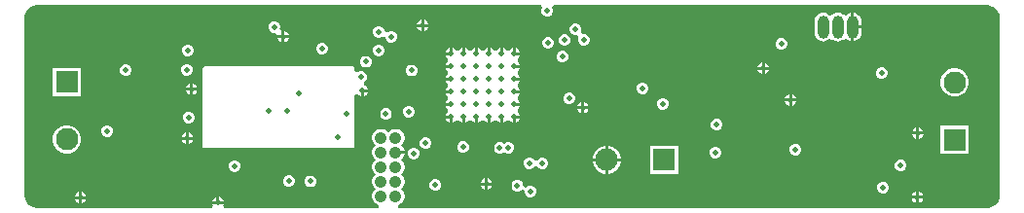
<source format=gbr>
%TF.GenerationSoftware,Altium Limited,Altium Designer,25.4.2 (15)*%
G04 Layer_Physical_Order=2*
G04 Layer_Color=36540*
%FSLAX45Y45*%
%MOMM*%
%TF.SameCoordinates,47237EEE-74C4-40EA-AC85-0918F70ECB2B*%
%TF.FilePolarity,Positive*%
%TF.FileFunction,Copper,L2,Inr,Signal*%
%TF.Part,Single*%
G01*
G75*
%TA.AperFunction,ComponentPad*%
%ADD33C,1.95000*%
%ADD34R,1.95000X1.95000*%
%ADD35O,1.00000X2.00000*%
%ADD36O,1.00000X2.00000*%
%ADD37R,1.95000X1.95000*%
%ADD39C,1.06000*%
%TA.AperFunction,ViaPad*%
%ADD40C,0.50000*%
G36*
X8411001Y1776050D02*
X8432264Y1767242D01*
X8451401Y1754455D01*
X8467675Y1738181D01*
X8480462Y1719044D01*
X8489270Y1697781D01*
X8493760Y1675208D01*
Y1663700D01*
Y124460D01*
Y113452D01*
X8489465Y91861D01*
X8481040Y71522D01*
X8468810Y53217D01*
X8453243Y37650D01*
X8434938Y25420D01*
X8414599Y16995D01*
X8393007Y12700D01*
X3260376D01*
X3257032Y38100D01*
X3268761Y41243D01*
X3286639Y51565D01*
X3301235Y66161D01*
X3311557Y84039D01*
X3316900Y103978D01*
Y124622D01*
X3311557Y144561D01*
X3301235Y162439D01*
X3287331Y177800D01*
X3301236Y193162D01*
X3311557Y211039D01*
X3316900Y230978D01*
Y251622D01*
X3311557Y271561D01*
X3301235Y289439D01*
X3287331Y304800D01*
X3301236Y320162D01*
X3311557Y338039D01*
X3316900Y357978D01*
Y378622D01*
X3311557Y398561D01*
X3301235Y416439D01*
X3287331Y431800D01*
X3301236Y447162D01*
X3311557Y465039D01*
X3316263Y482600D01*
X3238500D01*
Y508000D01*
X3316263D01*
X3311557Y525561D01*
X3301235Y543439D01*
X3287331Y558800D01*
X3301236Y574162D01*
X3311557Y592039D01*
X3316900Y611978D01*
Y632622D01*
X3311557Y652561D01*
X3301235Y670439D01*
X3286639Y685035D01*
X3268761Y695357D01*
X3248822Y700700D01*
X3228178D01*
X3208239Y695357D01*
X3190361Y685035D01*
X3175000Y671131D01*
X3159638Y685036D01*
X3141761Y695357D01*
X3121822Y700700D01*
X3101178D01*
X3081239Y695357D01*
X3063361Y685035D01*
X3048765Y670439D01*
X3038443Y652561D01*
X3033100Y632622D01*
Y611978D01*
X3038443Y592039D01*
X3048765Y574161D01*
X3062669Y558800D01*
X3048764Y543438D01*
X3038443Y525561D01*
X3033100Y505622D01*
Y484978D01*
X3038443Y465039D01*
X3048765Y447161D01*
X3062669Y431800D01*
X3048764Y416438D01*
X3038443Y398561D01*
X3033100Y378622D01*
Y357978D01*
X3038443Y338039D01*
X3048765Y320161D01*
X3062669Y304800D01*
X3048764Y289438D01*
X3038443Y271561D01*
X3033100Y251622D01*
Y230978D01*
X3038443Y211039D01*
X3048765Y193161D01*
X3062669Y177800D01*
X3048764Y162438D01*
X3038443Y144561D01*
X3033100Y124622D01*
Y103978D01*
X3038443Y84039D01*
X3048765Y66161D01*
X3063361Y51565D01*
X3081239Y41243D01*
X3092968Y38100D01*
X3089624Y12700D01*
X1753117D01*
X1747271Y19809D01*
X1739263Y38100D01*
X1743472Y48260D01*
X1644888D01*
X1649097Y38100D01*
X1641089Y19809D01*
X1635243Y12700D01*
X113202D01*
X91120Y17092D01*
X70319Y25709D01*
X51598Y38217D01*
X35677Y54138D01*
X23169Y72859D01*
X14552Y93660D01*
X10160Y115742D01*
Y127000D01*
Y1668780D01*
Y1679537D01*
X14357Y1700638D01*
X22590Y1720515D01*
X34543Y1738404D01*
X49756Y1753617D01*
X67645Y1765569D01*
X87522Y1773803D01*
X108623Y1778000D01*
X119380D01*
X193040Y1780540D01*
X4505443D01*
X4516573Y1755749D01*
X4508900Y1737225D01*
Y1717175D01*
X4516573Y1698651D01*
X4530751Y1684473D01*
X4549275Y1676800D01*
X4569325D01*
X4587849Y1684473D01*
X4602027Y1698651D01*
X4609700Y1717175D01*
Y1737225D01*
X4602027Y1755749D01*
X4613157Y1780540D01*
X8388428D01*
X8411001Y1776050D01*
D02*
G37*
%LPC*%
G36*
X3487420Y1649492D02*
Y1612900D01*
X3524012D01*
X3517447Y1628749D01*
X3503269Y1642927D01*
X3487420Y1649492D01*
D02*
G37*
G36*
X3462020D02*
X3446171Y1642927D01*
X3431993Y1628749D01*
X3425428Y1612900D01*
X3462020D01*
Y1649492D01*
D02*
G37*
G36*
X7226300Y1711879D02*
Y1600200D01*
X7289651D01*
Y1637500D01*
X7287059Y1657184D01*
X7279462Y1675525D01*
X7267376Y1691276D01*
X7251625Y1703362D01*
X7233283Y1710959D01*
X7226300Y1711879D01*
D02*
G37*
G36*
X3524012Y1587500D02*
X3487420D01*
Y1550908D01*
X3503269Y1557473D01*
X3517447Y1571651D01*
X3524012Y1587500D01*
D02*
G37*
G36*
X3462020D02*
X3425428D01*
X3431993Y1571651D01*
X3446171Y1557473D01*
X3462020Y1550908D01*
Y1587500D01*
D02*
G37*
G36*
X2273300Y1552972D02*
Y1516380D01*
X2309892D01*
X2303327Y1532229D01*
X2289149Y1546407D01*
X2273300Y1552972D01*
D02*
G37*
G36*
X2191885Y1637900D02*
X2171835D01*
X2153311Y1630227D01*
X2139133Y1616049D01*
X2131460Y1597525D01*
Y1577475D01*
X2139133Y1558951D01*
X2153311Y1544773D01*
X2171835Y1537100D01*
X2191885D01*
X2192504Y1537356D01*
X2211944Y1517916D01*
X2211308Y1516380D01*
X2247900D01*
Y1555880D01*
X2230516Y1573264D01*
X2232260Y1577475D01*
Y1597525D01*
X2224587Y1616049D01*
X2210409Y1630227D01*
X2191885Y1637900D01*
D02*
G37*
G36*
X7289651Y1574800D02*
X7226300D01*
Y1463121D01*
X7233283Y1464041D01*
X7251625Y1471638D01*
X7267376Y1483724D01*
X7279462Y1499475D01*
X7287059Y1517816D01*
X7289651Y1537500D01*
Y1574800D01*
D02*
G37*
G36*
X6959600Y1713551D02*
X6939917Y1710959D01*
X6921575Y1703362D01*
X6905824Y1691276D01*
X6893738Y1675525D01*
X6886141Y1657184D01*
X6883549Y1637500D01*
Y1537500D01*
X6886141Y1517816D01*
X6893738Y1499475D01*
X6905824Y1483724D01*
X6921575Y1471638D01*
X6939917Y1464041D01*
X6959600Y1461449D01*
X6979283Y1464041D01*
X6997625Y1471638D01*
X7013376Y1483724D01*
X7040735Y1477654D01*
X7048575Y1471638D01*
X7066917Y1464041D01*
X7086600Y1461449D01*
X7106283Y1464041D01*
X7124625Y1471638D01*
X7132465Y1477654D01*
X7159824Y1483724D01*
X7175575Y1471638D01*
X7193917Y1464041D01*
X7200900Y1463121D01*
Y1587500D01*
Y1711879D01*
X7193917Y1710959D01*
X7175575Y1703362D01*
X7159824Y1691276D01*
X7132465Y1697346D01*
X7124625Y1703362D01*
X7106283Y1710959D01*
X7086600Y1713551D01*
X7066917Y1710959D01*
X7048575Y1703362D01*
X7040735Y1697346D01*
X7013376Y1691276D01*
X6997625Y1703362D01*
X6979283Y1710959D01*
X6959600Y1713551D01*
D02*
G37*
G36*
X2309892Y1490980D02*
X2273300D01*
Y1454388D01*
X2289149Y1460953D01*
X2303327Y1475131D01*
X2309892Y1490980D01*
D02*
G37*
G36*
X2247900D02*
X2211308D01*
X2217873Y1475131D01*
X2232051Y1460953D01*
X2247900Y1454388D01*
Y1490980D01*
D02*
G37*
G36*
X3101205Y1597260D02*
X3081155D01*
X3062631Y1589587D01*
X3048453Y1575409D01*
X3040780Y1556885D01*
Y1536835D01*
X3048453Y1518311D01*
X3062631Y1504133D01*
X3081155Y1496460D01*
X3101205D01*
X3119729Y1504133D01*
X3124600Y1509004D01*
X3150000Y1498483D01*
Y1493655D01*
X3157673Y1475131D01*
X3171851Y1460953D01*
X3190375Y1453280D01*
X3210425D01*
X3228949Y1460953D01*
X3243127Y1475131D01*
X3250800Y1493655D01*
Y1513705D01*
X3243127Y1532229D01*
X3228949Y1546407D01*
X3210425Y1554080D01*
X3190375D01*
X3171851Y1546407D01*
X3166980Y1541536D01*
X3141580Y1552057D01*
Y1556885D01*
X3133907Y1575409D01*
X3119729Y1589587D01*
X3101205Y1597260D01*
D02*
G37*
G36*
X4814197Y1620120D02*
X4794147D01*
X4775623Y1612447D01*
X4761445Y1598269D01*
X4753772Y1579745D01*
Y1559695D01*
X4761445Y1541171D01*
X4775623Y1526993D01*
X4794147Y1519320D01*
X4814197D01*
X4814494Y1519443D01*
X4819592Y1515451D01*
X4831408Y1498956D01*
X4826000Y1485900D01*
Y1465850D01*
X4833673Y1447326D01*
X4847851Y1433148D01*
X4866375Y1425475D01*
X4886425D01*
X4904949Y1433148D01*
X4919127Y1447326D01*
X4926800Y1465850D01*
Y1485900D01*
X4919127Y1504424D01*
X4904949Y1518602D01*
X4886425Y1526275D01*
X4866375D01*
X4866078Y1526152D01*
X4860980Y1530144D01*
X4849164Y1546639D01*
X4854572Y1559695D01*
Y1579745D01*
X4846899Y1598269D01*
X4832721Y1612447D01*
X4814197Y1620120D01*
D02*
G37*
G36*
X4718732Y1522991D02*
X4698682D01*
X4680158Y1515318D01*
X4665980Y1501140D01*
X4658307Y1482616D01*
Y1462566D01*
X4665980Y1444041D01*
X4680158Y1429864D01*
X4698682Y1422191D01*
X4718732D01*
X4737256Y1429864D01*
X4751434Y1444041D01*
X4759107Y1462566D01*
Y1482616D01*
X4751434Y1501140D01*
X4737256Y1515318D01*
X4718732Y1522991D01*
D02*
G37*
G36*
X4574405Y1500740D02*
X4554355D01*
X4535831Y1493067D01*
X4521653Y1478889D01*
X4513980Y1460365D01*
Y1440315D01*
X4521653Y1421791D01*
X4535831Y1407613D01*
X4554355Y1399940D01*
X4574405D01*
X4592929Y1407613D01*
X4607107Y1421791D01*
X4614780Y1440315D01*
Y1460365D01*
X4607107Y1478889D01*
X4592929Y1493067D01*
X4574405Y1500740D01*
D02*
G37*
G36*
X6603865Y1490580D02*
X6583815D01*
X6565291Y1482907D01*
X6551113Y1468729D01*
X6543440Y1450205D01*
Y1430155D01*
X6551113Y1411631D01*
X6565291Y1397453D01*
X6583815Y1389780D01*
X6603865D01*
X6622389Y1397453D01*
X6636567Y1411631D01*
X6644240Y1430155D01*
Y1450205D01*
X6636567Y1468729D01*
X6622389Y1482907D01*
X6603865Y1490580D01*
D02*
G37*
G36*
X4258401Y1403691D02*
X4242552Y1397126D01*
X4230457Y1385031D01*
X4216100Y1383908D01*
X4201744Y1385031D01*
X4189648Y1397126D01*
X4173799Y1403691D01*
Y1354399D01*
X4148399D01*
Y1403691D01*
X4132550Y1397126D01*
X4120458Y1385034D01*
X4106101Y1383910D01*
X4091743Y1385034D01*
X4079651Y1397126D01*
X4063802Y1403691D01*
Y1354399D01*
X4038402D01*
Y1403691D01*
X4022553Y1397126D01*
X4010457Y1385031D01*
X3996101Y1383908D01*
X3981744Y1385031D01*
X3969649Y1397126D01*
X3953800Y1403691D01*
Y1354399D01*
X3928400D01*
Y1403691D01*
X3912550Y1397126D01*
X3900458Y1385034D01*
X3886101Y1383910D01*
X3871744Y1385034D01*
X3859652Y1397126D01*
X3843802Y1403691D01*
Y1354399D01*
X3818402D01*
Y1403691D01*
X3802553Y1397126D01*
X3790457Y1385031D01*
X3776101Y1383908D01*
X3761745Y1385031D01*
X3749649Y1397126D01*
X3733800Y1403691D01*
Y1354399D01*
X3721100D01*
Y1341699D01*
X3671808D01*
X3678373Y1325850D01*
X3690465Y1313758D01*
X3691590Y1299400D01*
X3690465Y1285043D01*
X3678373Y1272951D01*
X3671808Y1257102D01*
X3721100D01*
Y1231702D01*
X3671808D01*
X3678373Y1215853D01*
X3690469Y1203757D01*
X3691591Y1189401D01*
X3690469Y1175044D01*
X3678373Y1162949D01*
X3671808Y1147100D01*
X3721100D01*
Y1121700D01*
X3671808D01*
X3678373Y1105850D01*
X3690465Y1093758D01*
X3691590Y1079401D01*
X3690465Y1065044D01*
X3678373Y1052952D01*
X3671808Y1037102D01*
X3721100D01*
Y1011702D01*
X3671808D01*
X3678373Y995853D01*
X3690469Y983757D01*
X3691591Y969401D01*
X3690469Y955045D01*
X3678373Y942949D01*
X3671808Y927100D01*
X3721100D01*
Y901700D01*
X3671808D01*
X3678373Y885851D01*
X3690469Y873755D01*
X3691591Y859399D01*
X3690469Y845043D01*
X3678373Y832947D01*
X3671808Y817098D01*
X3721100D01*
Y804398D01*
X3733800D01*
Y755106D01*
X3749649Y761671D01*
X3761745Y773766D01*
X3776101Y774889D01*
X3790457Y773766D01*
X3802553Y761671D01*
X3818402Y755106D01*
Y804398D01*
X3843802D01*
Y755106D01*
X3859652Y761671D01*
X3871744Y773763D01*
X3886101Y774887D01*
X3900458Y773763D01*
X3912550Y761671D01*
X3928400Y755106D01*
Y804398D01*
X3953800D01*
Y755106D01*
X3969649Y761671D01*
X3981744Y773766D01*
X3996101Y774889D01*
X4010457Y773766D01*
X4022553Y761671D01*
X4038402Y755106D01*
Y804398D01*
X4063802D01*
Y755106D01*
X4079651Y761671D01*
X4091743Y773763D01*
X4106101Y774887D01*
X4120458Y773763D01*
X4132550Y761671D01*
X4148399Y755106D01*
Y804398D01*
X4173799D01*
Y755106D01*
X4189648Y761671D01*
X4201744Y773766D01*
X4216100Y774889D01*
X4230457Y773766D01*
X4242552Y761671D01*
X4258401Y755106D01*
Y804398D01*
X4271101D01*
Y817098D01*
X4320393D01*
X4313828Y832947D01*
X4301733Y845043D01*
X4300610Y859399D01*
X4301733Y873755D01*
X4313828Y885851D01*
X4320393Y901700D01*
X4271101D01*
Y927100D01*
X4320393D01*
X4313828Y942949D01*
X4301733Y955045D01*
X4300610Y969401D01*
X4301733Y983757D01*
X4313828Y995853D01*
X4320393Y1011702D01*
X4271101D01*
Y1037102D01*
X4320393D01*
X4313828Y1052952D01*
X4301736Y1065044D01*
X4300612Y1079401D01*
X4301736Y1093758D01*
X4313828Y1105850D01*
X4320393Y1121700D01*
X4271101D01*
Y1147100D01*
X4320393D01*
X4313828Y1162949D01*
X4301733Y1175044D01*
X4300610Y1189401D01*
X4301733Y1203757D01*
X4313828Y1215853D01*
X4320393Y1231702D01*
X4271101D01*
Y1257102D01*
X4320393D01*
X4313828Y1272951D01*
X4301736Y1285043D01*
X4300612Y1299400D01*
X4301736Y1313758D01*
X4313828Y1325850D01*
X4320393Y1341699D01*
X4271101D01*
Y1354399D01*
X4258401D01*
Y1403691D01*
D02*
G37*
G36*
X4283801D02*
Y1367099D01*
X4320393D01*
X4313828Y1382948D01*
X4299651Y1397126D01*
X4283801Y1403691D01*
D02*
G37*
G36*
X3708400D02*
X3692551Y1397126D01*
X3678373Y1382948D01*
X3671808Y1367099D01*
X3708400D01*
Y1403691D01*
D02*
G37*
G36*
X2608445Y1449940D02*
X2588395D01*
X2569871Y1442267D01*
X2555693Y1428089D01*
X2548020Y1409565D01*
Y1389515D01*
X2555693Y1370991D01*
X2569871Y1356813D01*
X2588395Y1349140D01*
X2608445D01*
X2626969Y1356813D01*
X2641147Y1370991D01*
X2648820Y1389515D01*
Y1409565D01*
X2641147Y1428089D01*
X2626969Y1442267D01*
X2608445Y1449940D01*
D02*
G37*
G36*
X3101205Y1434700D02*
X3081155D01*
X3062631Y1427027D01*
X3048453Y1412849D01*
X3040780Y1394325D01*
Y1374275D01*
X3048453Y1355751D01*
X3062631Y1341573D01*
X3081155Y1333900D01*
X3101205D01*
X3119729Y1341573D01*
X3133907Y1355751D01*
X3141580Y1374275D01*
Y1394325D01*
X3133907Y1412849D01*
X3119729Y1427027D01*
X3101205Y1434700D01*
D02*
G37*
G36*
X1440045D02*
X1419995D01*
X1401471Y1427027D01*
X1387293Y1412849D01*
X1379620Y1394325D01*
Y1374275D01*
X1387293Y1355751D01*
X1401471Y1341573D01*
X1419995Y1333900D01*
X1440045D01*
X1458569Y1341573D01*
X1472747Y1355751D01*
X1480420Y1374275D01*
Y1394325D01*
X1472747Y1412849D01*
X1458569Y1427027D01*
X1440045Y1434700D01*
D02*
G37*
G36*
X4699474Y1379273D02*
X4679424D01*
X4660900Y1371600D01*
X4646722Y1357422D01*
X4639049Y1338898D01*
Y1318848D01*
X4646722Y1300324D01*
X4660900Y1286146D01*
X4679424Y1278473D01*
X4699474D01*
X4717999Y1286146D01*
X4732176Y1300324D01*
X4739849Y1318848D01*
Y1338898D01*
X4732176Y1357422D01*
X4717999Y1371600D01*
X4699474Y1379273D01*
D02*
G37*
G36*
X6449060Y1278652D02*
Y1242060D01*
X6485652D01*
X6479087Y1257909D01*
X6464909Y1272087D01*
X6449060Y1278652D01*
D02*
G37*
G36*
X6423660D02*
X6407811Y1272087D01*
X6393633Y1257909D01*
X6387068Y1242060D01*
X6423660D01*
Y1278652D01*
D02*
G37*
G36*
X2989445Y1335640D02*
X2969395D01*
X2950871Y1327967D01*
X2936693Y1313789D01*
X2929020Y1295265D01*
Y1275215D01*
X2936693Y1256691D01*
X2950871Y1242513D01*
X2969395Y1234840D01*
X2989445D01*
X3007969Y1242513D01*
X3022147Y1256691D01*
X3029820Y1275215D01*
Y1295265D01*
X3022147Y1313789D01*
X3007969Y1327967D01*
X2989445Y1335640D01*
D02*
G37*
G36*
X6485652Y1216660D02*
X6449060D01*
Y1180068D01*
X6464909Y1186633D01*
X6479087Y1200811D01*
X6485652Y1216660D01*
D02*
G37*
G36*
X6423660D02*
X6387068D01*
X6393633Y1200811D01*
X6407811Y1186633D01*
X6423660Y1180068D01*
Y1216660D01*
D02*
G37*
G36*
X1432425Y1267060D02*
X1412375D01*
X1393851Y1259387D01*
X1379673Y1245209D01*
X1372000Y1226685D01*
Y1206635D01*
X1379673Y1188111D01*
X1393851Y1173933D01*
X1412375Y1166260D01*
X1432425D01*
X1450949Y1173933D01*
X1465127Y1188111D01*
X1472800Y1206635D01*
Y1226685D01*
X1465127Y1245209D01*
X1450949Y1259387D01*
X1432425Y1267060D01*
D02*
G37*
G36*
X901565Y1261980D02*
X881515D01*
X862991Y1254307D01*
X848813Y1240129D01*
X841140Y1221605D01*
Y1201555D01*
X848813Y1183031D01*
X862991Y1168853D01*
X881515Y1161180D01*
X901565D01*
X920089Y1168853D01*
X934267Y1183031D01*
X941940Y1201555D01*
Y1221605D01*
X934267Y1240129D01*
X920089Y1254307D01*
X901565Y1261980D01*
D02*
G37*
G36*
X3388225Y1259440D02*
X3368175D01*
X3349651Y1251767D01*
X3335473Y1237589D01*
X3327800Y1219065D01*
Y1199015D01*
X3335473Y1180491D01*
X3349651Y1166313D01*
X3368175Y1158640D01*
X3388225D01*
X3406749Y1166313D01*
X3420927Y1180491D01*
X3428600Y1199015D01*
Y1219065D01*
X3420927Y1237589D01*
X3406749Y1251767D01*
X3388225Y1259440D01*
D02*
G37*
G36*
X7477625Y1236580D02*
X7457575D01*
X7439051Y1228907D01*
X7424873Y1214729D01*
X7417200Y1196205D01*
Y1176155D01*
X7424873Y1157631D01*
X7439051Y1143453D01*
X7457575Y1135780D01*
X7477625D01*
X7496149Y1143453D01*
X7510327Y1157631D01*
X7518000Y1176155D01*
Y1196205D01*
X7510327Y1214729D01*
X7496149Y1228907D01*
X7477625Y1236580D01*
D02*
G37*
G36*
X1475740Y1095772D02*
Y1059180D01*
X1512332D01*
X1505767Y1075029D01*
X1491589Y1089207D01*
X1475740Y1095772D01*
D02*
G37*
G36*
X1450340D02*
X1434491Y1089207D01*
X1420313Y1075029D01*
X1413748Y1059180D01*
X1450340D01*
Y1095772D01*
D02*
G37*
G36*
X5397365Y1104500D02*
X5377315D01*
X5358791Y1096827D01*
X5344613Y1082649D01*
X5336940Y1064125D01*
Y1044075D01*
X5344613Y1025551D01*
X5358791Y1011373D01*
X5377315Y1003700D01*
X5397365D01*
X5415889Y1011373D01*
X5430067Y1025551D01*
X5437740Y1044075D01*
Y1064125D01*
X5430067Y1082649D01*
X5415889Y1096827D01*
X5397365Y1104500D01*
D02*
G37*
G36*
X1512332Y1033780D02*
X1475740D01*
Y997188D01*
X1491589Y1003753D01*
X1505767Y1017931D01*
X1512332Y1033780D01*
D02*
G37*
G36*
X1450340D02*
X1413748D01*
X1420313Y1017931D01*
X1434491Y1003753D01*
X1450340Y997188D01*
Y1033780D01*
D02*
G37*
G36*
X503900Y1232499D02*
X258100D01*
Y986699D01*
X503900D01*
Y1232499D01*
D02*
G37*
G36*
X2998232Y1021080D02*
X2961640D01*
Y984488D01*
X2977489Y991053D01*
X2991667Y1005231D01*
X2998232Y1021080D01*
D02*
G37*
G36*
X2857800Y1245900D02*
X1586799D01*
X1576888Y1243929D01*
X1568487Y1238315D01*
X1562873Y1229913D01*
X1560901Y1220003D01*
Y558002D01*
X1562873Y548092D01*
X1568487Y539690D01*
X1576888Y534076D01*
X1586799Y532105D01*
X2857800D01*
X2867710Y534076D01*
X2876112Y539690D01*
X2881726Y548092D01*
X2883697Y558002D01*
Y994560D01*
X2895531Y1000168D01*
X2909097Y1002346D01*
X2920391Y991053D01*
X2936240Y984488D01*
Y1033780D01*
X2948940D01*
Y1046480D01*
X2998232D01*
X2991667Y1062329D01*
X2977489Y1076507D01*
X2967710Y1080558D01*
X2966734Y1107647D01*
X2967329Y1107893D01*
X2981507Y1122071D01*
X2989180Y1140595D01*
Y1160645D01*
X2981507Y1179169D01*
X2967329Y1193347D01*
X2948805Y1201020D01*
X2928755D01*
X2910231Y1193347D01*
X2909097Y1192214D01*
X2883697Y1202735D01*
Y1220003D01*
X2881726Y1229913D01*
X2876112Y1238315D01*
X2867710Y1243929D01*
X2857800Y1245900D01*
D02*
G37*
G36*
X8118780Y1227800D02*
X8086420D01*
X8055162Y1219425D01*
X8027138Y1203244D01*
X8004256Y1180362D01*
X7988075Y1152338D01*
X7979700Y1121080D01*
Y1088720D01*
X7988075Y1057462D01*
X8004256Y1029438D01*
X8027138Y1006556D01*
X8055162Y990375D01*
X8086420Y982000D01*
X8118780D01*
X8150038Y990375D01*
X8178062Y1006556D01*
X8200944Y1029438D01*
X8217125Y1057462D01*
X8225500Y1088720D01*
Y1121080D01*
X8217125Y1152338D01*
X8200944Y1180362D01*
X8178062Y1203244D01*
X8150038Y1219425D01*
X8118780Y1227800D01*
D02*
G37*
G36*
X6687820Y1001792D02*
Y965200D01*
X6724412D01*
X6717847Y981049D01*
X6703669Y995227D01*
X6687820Y1001792D01*
D02*
G37*
G36*
X6662420D02*
X6646571Y995227D01*
X6632393Y981049D01*
X6625828Y965200D01*
X6662420D01*
Y1001792D01*
D02*
G37*
G36*
X4759825Y1015600D02*
X4739775D01*
X4721251Y1007927D01*
X4707073Y993749D01*
X4699400Y975225D01*
Y955175D01*
X4707073Y936651D01*
X4721251Y922473D01*
X4739775Y914800D01*
X4759825D01*
X4778349Y922473D01*
X4792527Y936651D01*
X4800200Y955175D01*
Y975225D01*
X4792527Y993749D01*
X4778349Y1007927D01*
X4759825Y1015600D01*
D02*
G37*
G36*
X6724412Y939800D02*
X6687820D01*
Y903208D01*
X6703669Y909773D01*
X6717847Y923951D01*
X6724412Y939800D01*
D02*
G37*
G36*
X6662420D02*
X6625828D01*
X6632393Y923951D01*
X6646571Y909773D01*
X6662420Y903208D01*
Y939800D01*
D02*
G37*
G36*
X4879340Y935752D02*
Y899160D01*
X4915932D01*
X4909367Y915009D01*
X4895189Y929187D01*
X4879340Y935752D01*
D02*
G37*
G36*
X4853940D02*
X4838091Y929187D01*
X4823913Y915009D01*
X4817348Y899160D01*
X4853940D01*
Y935752D01*
D02*
G37*
G36*
X5572625Y969880D02*
X5552575D01*
X5534051Y962207D01*
X5519873Y948029D01*
X5512200Y929505D01*
Y909455D01*
X5519873Y890931D01*
X5534051Y876753D01*
X5552575Y869080D01*
X5572625D01*
X5591149Y876753D01*
X5605327Y890931D01*
X5613000Y909455D01*
Y929505D01*
X5605327Y948029D01*
X5591149Y962207D01*
X5572625Y969880D01*
D02*
G37*
G36*
X4915932Y873760D02*
X4879340D01*
Y837168D01*
X4895189Y843733D01*
X4909367Y857911D01*
X4915932Y873760D01*
D02*
G37*
G36*
X4853940D02*
X4817348D01*
X4823913Y857911D01*
X4838091Y843733D01*
X4853940Y837168D01*
Y873760D01*
D02*
G37*
G36*
X3362825Y901300D02*
X3342775D01*
X3324251Y893627D01*
X3310073Y879449D01*
X3302400Y860925D01*
Y840875D01*
X3310073Y822351D01*
X3324251Y808173D01*
X3342775Y800500D01*
X3362825D01*
X3381349Y808173D01*
X3395527Y822351D01*
X3403200Y840875D01*
Y860925D01*
X3395527Y879449D01*
X3381349Y893627D01*
X3362825Y901300D01*
D02*
G37*
G36*
X3164705Y883520D02*
X3144655D01*
X3126131Y875847D01*
X3111953Y861669D01*
X3104280Y843145D01*
Y823095D01*
X3111953Y804571D01*
X3126131Y790393D01*
X3144655Y782720D01*
X3164705D01*
X3183229Y790393D01*
X3197407Y804571D01*
X3205080Y823095D01*
Y843145D01*
X3197407Y861669D01*
X3183229Y875847D01*
X3164705Y883520D01*
D02*
G37*
G36*
X4320393Y791698D02*
X4283801D01*
Y755106D01*
X4299651Y761671D01*
X4313828Y775848D01*
X4320393Y791698D01*
D02*
G37*
G36*
X3708400D02*
X3671808D01*
X3678373Y775848D01*
X3692551Y761671D01*
X3708400Y755106D01*
Y791698D01*
D02*
G37*
G36*
X1447665Y850500D02*
X1427615D01*
X1409091Y842827D01*
X1394913Y828649D01*
X1387240Y810125D01*
Y790075D01*
X1394913Y771551D01*
X1409091Y757373D01*
X1427615Y749700D01*
X1447665D01*
X1466189Y757373D01*
X1480367Y771551D01*
X1488040Y790075D01*
Y810125D01*
X1480367Y828649D01*
X1466189Y842827D01*
X1447665Y850500D01*
D02*
G37*
G36*
X6042525Y787000D02*
X6022475D01*
X6003951Y779327D01*
X5989773Y765149D01*
X5982100Y746625D01*
Y726575D01*
X5989773Y708051D01*
X6003951Y693873D01*
X6022475Y686200D01*
X6042525D01*
X6061049Y693873D01*
X6075227Y708051D01*
X6082900Y726575D01*
Y746625D01*
X6075227Y765149D01*
X6061049Y779327D01*
X6042525Y787000D01*
D02*
G37*
G36*
X7792720Y712232D02*
Y675640D01*
X7829312D01*
X7822747Y691489D01*
X7808569Y705667D01*
X7792720Y712232D01*
D02*
G37*
G36*
X7767320D02*
X7751471Y705667D01*
X7737293Y691489D01*
X7730728Y675640D01*
X7767320D01*
Y712232D01*
D02*
G37*
G36*
X741545Y733660D02*
X721495D01*
X702971Y725987D01*
X688793Y711809D01*
X681120Y693285D01*
Y673235D01*
X688793Y654711D01*
X702971Y640533D01*
X721495Y632860D01*
X741545D01*
X760069Y640533D01*
X774247Y654711D01*
X781920Y673235D01*
Y693285D01*
X774247Y711809D01*
X760069Y725987D01*
X741545Y733660D01*
D02*
G37*
G36*
X1440180Y669052D02*
Y632460D01*
X1476772D01*
X1470207Y648309D01*
X1456029Y662487D01*
X1440180Y669052D01*
D02*
G37*
G36*
X1414780D02*
X1398931Y662487D01*
X1384753Y648309D01*
X1378188Y632460D01*
X1414780D01*
Y669052D01*
D02*
G37*
G36*
X7829312Y650240D02*
X7792720D01*
Y613648D01*
X7808569Y620213D01*
X7822747Y634391D01*
X7829312Y650240D01*
D02*
G37*
G36*
X7767320D02*
X7730728D01*
X7737293Y634391D01*
X7751471Y620213D01*
X7767320Y613648D01*
Y650240D01*
D02*
G37*
G36*
X1476772Y607060D02*
X1440180D01*
Y570468D01*
X1456029Y577033D01*
X1470207Y591211D01*
X1476772Y607060D01*
D02*
G37*
G36*
X1414780D02*
X1378188D01*
X1384753Y591211D01*
X1398931Y577033D01*
X1414780Y570468D01*
Y607060D01*
D02*
G37*
G36*
X4228965Y588880D02*
X4208915D01*
X4190391Y581207D01*
X4179570Y570386D01*
X4173829Y576127D01*
X4155305Y583800D01*
X4135255D01*
X4116731Y576127D01*
X4102553Y561949D01*
X4094880Y543425D01*
Y523375D01*
X4102553Y504851D01*
X4116731Y490673D01*
X4135255Y483000D01*
X4155305D01*
X4173829Y490673D01*
X4184650Y501494D01*
X4190391Y495753D01*
X4208915Y488080D01*
X4228965D01*
X4247489Y495753D01*
X4261667Y509931D01*
X4269340Y528455D01*
Y548505D01*
X4261667Y567029D01*
X4247489Y581207D01*
X4228965Y588880D01*
D02*
G37*
G36*
X3510145Y626980D02*
X3490095D01*
X3471571Y619307D01*
X3457393Y605129D01*
X3449720Y586605D01*
Y566555D01*
X3457393Y548031D01*
X3471571Y533853D01*
X3490095Y526180D01*
X3510145D01*
X3528669Y533853D01*
X3542847Y548031D01*
X3550520Y566555D01*
Y586605D01*
X3542847Y605129D01*
X3528669Y619307D01*
X3510145Y626980D01*
D02*
G37*
G36*
X3835265Y591420D02*
X3815215D01*
X3796691Y583747D01*
X3782513Y569569D01*
X3774840Y551045D01*
Y530995D01*
X3782513Y512471D01*
X3796691Y498293D01*
X3815215Y490620D01*
X3835265D01*
X3853789Y498293D01*
X3867967Y512471D01*
X3875640Y530995D01*
Y551045D01*
X3867967Y569569D01*
X3853789Y583747D01*
X3835265Y591420D01*
D02*
G37*
G36*
X397180Y732500D02*
X364820D01*
X333562Y724125D01*
X305538Y707944D01*
X282656Y685062D01*
X266475Y657038D01*
X258100Y625780D01*
Y593420D01*
X266475Y562162D01*
X282656Y534138D01*
X305538Y511256D01*
X333562Y495075D01*
X364820Y486700D01*
X397180D01*
X428438Y495075D01*
X456462Y511256D01*
X479344Y534138D01*
X495525Y562162D01*
X503900Y593420D01*
Y625780D01*
X495525Y657038D01*
X479344Y685062D01*
X456462Y707944D01*
X428438Y724125D01*
X397180Y732500D01*
D02*
G37*
G36*
X8225500Y727801D02*
X7979700D01*
Y482001D01*
X8225500D01*
Y727801D01*
D02*
G37*
G36*
X6728325Y571100D02*
X6708275D01*
X6689751Y563427D01*
X6675573Y549249D01*
X6667900Y530725D01*
Y510675D01*
X6675573Y492151D01*
X6689751Y477973D01*
X6708275Y470300D01*
X6728325D01*
X6746849Y477973D01*
X6761027Y492151D01*
X6768700Y510675D01*
Y530725D01*
X6761027Y549249D01*
X6746849Y563427D01*
X6728325Y571100D01*
D02*
G37*
G36*
X6029825Y545700D02*
X6009775D01*
X5991251Y538027D01*
X5977073Y523849D01*
X5969400Y505325D01*
Y485275D01*
X5977073Y466751D01*
X5991251Y452573D01*
X6009775Y444900D01*
X6029825D01*
X6048349Y452573D01*
X6062527Y466751D01*
X6070200Y485275D01*
Y505325D01*
X6062527Y523849D01*
X6048349Y538027D01*
X6029825Y545700D01*
D02*
G37*
G36*
X5091481Y554700D02*
X5088001D01*
Y444500D01*
X5198201D01*
Y447980D01*
X5189826Y479238D01*
X5173645Y507262D01*
X5150763Y530144D01*
X5122739Y546325D01*
X5091481Y554700D01*
D02*
G37*
G36*
X5062601D02*
X5059121D01*
X5027863Y546325D01*
X4999839Y530144D01*
X4976957Y507262D01*
X4960776Y479238D01*
X4952401Y447980D01*
Y444500D01*
X5062601D01*
Y554700D01*
D02*
G37*
G36*
X3406005Y538080D02*
X3385955D01*
X3367431Y530407D01*
X3353253Y516229D01*
X3345580Y497705D01*
Y477655D01*
X3353253Y459131D01*
X3367431Y444953D01*
X3385955Y437280D01*
X3406005D01*
X3424529Y444953D01*
X3438707Y459131D01*
X3446380Y477655D01*
Y497705D01*
X3438707Y516229D01*
X3424529Y530407D01*
X3406005Y538080D01*
D02*
G37*
G36*
X4411845Y454260D02*
X4391795D01*
X4373271Y446587D01*
X4359093Y432409D01*
X4351420Y413885D01*
Y393835D01*
X4359093Y375311D01*
X4373271Y361133D01*
X4391795Y353460D01*
X4411845D01*
X4430369Y361133D01*
X4444547Y375311D01*
X4444697Y375674D01*
X4472190D01*
X4473393Y372771D01*
X4487571Y358593D01*
X4506095Y350920D01*
X4526145D01*
X4544669Y358593D01*
X4558847Y372771D01*
X4566520Y391295D01*
Y411345D01*
X4558847Y429869D01*
X4544669Y444047D01*
X4526145Y451720D01*
X4506095D01*
X4487571Y444047D01*
X4473393Y429869D01*
X4473243Y429506D01*
X4445750D01*
X4444547Y432409D01*
X4430369Y446587D01*
X4411845Y454260D01*
D02*
G37*
G36*
X7642725Y431400D02*
X7622675D01*
X7604151Y423727D01*
X7589973Y409549D01*
X7582300Y391025D01*
Y370975D01*
X7589973Y352451D01*
X7604151Y338273D01*
X7622675Y330600D01*
X7642725D01*
X7661249Y338273D01*
X7675427Y352451D01*
X7683100Y370975D01*
Y391025D01*
X7675427Y409549D01*
X7661249Y423727D01*
X7642725Y431400D01*
D02*
G37*
G36*
X1848985Y428860D02*
X1828935D01*
X1810411Y421187D01*
X1796233Y407009D01*
X1788560Y388485D01*
Y368435D01*
X1796233Y349911D01*
X1810411Y335733D01*
X1828935Y328060D01*
X1848985D01*
X1867509Y335733D01*
X1881687Y349911D01*
X1889360Y368435D01*
Y388485D01*
X1881687Y407009D01*
X1867509Y421187D01*
X1848985Y428860D01*
D02*
G37*
G36*
X5698200Y554700D02*
X5452400D01*
Y308900D01*
X5698200D01*
Y554700D01*
D02*
G37*
G36*
X5198201Y419100D02*
X5088001D01*
Y308900D01*
X5091481D01*
X5122739Y317275D01*
X5150763Y333456D01*
X5173645Y356338D01*
X5189826Y384362D01*
X5198201Y415620D01*
Y419100D01*
D02*
G37*
G36*
X5062601D02*
X4952401D01*
Y415620D01*
X4960776Y384362D01*
X4976957Y356338D01*
X4999839Y333456D01*
X5027863Y317275D01*
X5059121Y308900D01*
X5062601D01*
Y419100D01*
D02*
G37*
G36*
X4041140Y270272D02*
Y233680D01*
X4077732D01*
X4071167Y249529D01*
X4056989Y263707D01*
X4041140Y270272D01*
D02*
G37*
G36*
X4015740D02*
X3999891Y263707D01*
X3985713Y249529D01*
X3979148Y233680D01*
X4015740D01*
Y270272D01*
D02*
G37*
G36*
X2321425Y296780D02*
X2301375D01*
X2282851Y289107D01*
X2268673Y274929D01*
X2261000Y256405D01*
Y236355D01*
X2268673Y217831D01*
X2282851Y203653D01*
X2301375Y195980D01*
X2321425D01*
X2339949Y203653D01*
X2354127Y217831D01*
X2361800Y236355D01*
Y256405D01*
X2354127Y274929D01*
X2339949Y289107D01*
X2321425Y296780D01*
D02*
G37*
G36*
X2506845Y294240D02*
X2486795D01*
X2468271Y286567D01*
X2454093Y272389D01*
X2446420Y253865D01*
Y233815D01*
X2454093Y215291D01*
X2468271Y201113D01*
X2486795Y193440D01*
X2506845D01*
X2525369Y201113D01*
X2539547Y215291D01*
X2547220Y233815D01*
Y253865D01*
X2539547Y272389D01*
X2525369Y286567D01*
X2506845Y294240D01*
D02*
G37*
G36*
X4077732Y208280D02*
X4041140D01*
Y171688D01*
X4056989Y178253D01*
X4071167Y192431D01*
X4077732Y208280D01*
D02*
G37*
G36*
X4015740D02*
X3979148D01*
X3985713Y192431D01*
X3999891Y178253D01*
X4015740Y171688D01*
Y208280D01*
D02*
G37*
G36*
X3593965Y261220D02*
X3573915D01*
X3555391Y253547D01*
X3541213Y239369D01*
X3533540Y220845D01*
Y200795D01*
X3541213Y182271D01*
X3555391Y168093D01*
X3573915Y160420D01*
X3593965D01*
X3612489Y168093D01*
X3626667Y182271D01*
X3634340Y200795D01*
Y220845D01*
X3626667Y239369D01*
X3612489Y253547D01*
X3593965Y261220D01*
D02*
G37*
G36*
X7490325Y240900D02*
X7470275D01*
X7451751Y233227D01*
X7437573Y219049D01*
X7429900Y200525D01*
Y180475D01*
X7437573Y161951D01*
X7451751Y147773D01*
X7470275Y140100D01*
X7490325D01*
X7508849Y147773D01*
X7523027Y161951D01*
X7530700Y180475D01*
Y200525D01*
X7523027Y219049D01*
X7508849Y233227D01*
X7490325Y240900D01*
D02*
G37*
G36*
X7790180Y155972D02*
Y119380D01*
X7826772D01*
X7820207Y135229D01*
X7806029Y149407D01*
X7790180Y155972D01*
D02*
G37*
G36*
X7764780D02*
X7748931Y149407D01*
X7734753Y135229D01*
X7728188Y119380D01*
X7764780D01*
Y155972D01*
D02*
G37*
G36*
X510540Y150892D02*
Y114300D01*
X547132D01*
X540567Y130149D01*
X526389Y144327D01*
X510540Y150892D01*
D02*
G37*
G36*
X485140D02*
X469291Y144327D01*
X455113Y130149D01*
X448548Y114300D01*
X485140D01*
Y150892D01*
D02*
G37*
G36*
X4307705Y258680D02*
X4287655D01*
X4269131Y251007D01*
X4254953Y236829D01*
X4247280Y218305D01*
Y198255D01*
X4254953Y179731D01*
X4269131Y165553D01*
X4287655Y157880D01*
X4307705D01*
X4326229Y165553D01*
X4335573Y174897D01*
X4345712Y171703D01*
X4359040Y163394D01*
Y147455D01*
X4366713Y128931D01*
X4380891Y114753D01*
X4399415Y107080D01*
X4419465D01*
X4437989Y114753D01*
X4452167Y128931D01*
X4459840Y147455D01*
Y167505D01*
X4452167Y186029D01*
X4437989Y200207D01*
X4419465Y207880D01*
X4399415D01*
X4380891Y200207D01*
X4371547Y190863D01*
X4361408Y194057D01*
X4348080Y202366D01*
Y218305D01*
X4340407Y236829D01*
X4326229Y251007D01*
X4307705Y258680D01*
D02*
G37*
G36*
X1706880Y110252D02*
Y73660D01*
X1743472D01*
X1736907Y89509D01*
X1722729Y103687D01*
X1706880Y110252D01*
D02*
G37*
G36*
X1681480D02*
X1665631Y103687D01*
X1651453Y89509D01*
X1644888Y73660D01*
X1681480D01*
Y110252D01*
D02*
G37*
G36*
X7826772Y93980D02*
X7790180D01*
Y57388D01*
X7806029Y63953D01*
X7820207Y78131D01*
X7826772Y93980D01*
D02*
G37*
G36*
X7764780D02*
X7728188D01*
X7734753Y78131D01*
X7748931Y63953D01*
X7764780Y57388D01*
Y93980D01*
D02*
G37*
G36*
X547132Y88900D02*
X510540D01*
Y52308D01*
X526389Y58873D01*
X540567Y73051D01*
X547132Y88900D01*
D02*
G37*
G36*
X485140D02*
X448548D01*
X455113Y73051D01*
X469291Y58873D01*
X485140Y52308D01*
Y88900D01*
D02*
G37*
%LPD*%
D33*
X5075301Y431800D02*
D03*
X8102600Y1104900D02*
D03*
X381000Y609600D02*
D03*
D34*
X5575300Y431800D02*
D03*
D35*
X7213600Y1587500D02*
D03*
X6959600D02*
D03*
D36*
X7086600D02*
D03*
D37*
X8102600Y604901D02*
D03*
X381000Y1109599D02*
D03*
D39*
X3238500Y114300D02*
D03*
Y241300D02*
D03*
Y368300D02*
D03*
Y495300D02*
D03*
Y622300D02*
D03*
X3111500Y114300D02*
D03*
Y241300D02*
D03*
Y368300D02*
D03*
Y495300D02*
D03*
Y622300D02*
D03*
D40*
X2293620Y858520D02*
D03*
X4708707Y1472591D02*
D03*
X4804172Y1569720D02*
D03*
X4876400Y1475875D02*
D03*
X4689449Y1328873D02*
D03*
X4866640Y886460D02*
D03*
X5387340Y1054100D02*
D03*
X4409440Y157480D02*
D03*
X4297680Y208280D02*
D03*
X4516120Y401320D02*
D03*
X4401820Y403860D02*
D03*
X4028440Y220980D02*
D03*
X4564380Y1450340D02*
D03*
X1430020Y1384300D02*
D03*
X731520Y683260D02*
D03*
X1838960Y378460D02*
D03*
X2260600Y1503680D02*
D03*
X6593840Y1440180D02*
D03*
X3378200Y1209040D02*
D03*
X3395980Y487680D02*
D03*
X4749800Y965200D02*
D03*
X6718300Y520700D02*
D03*
X7467600Y1186180D02*
D03*
X3825240Y541020D02*
D03*
X3583940Y210820D02*
D03*
X2181860Y1587500D02*
D03*
X2598420Y1399540D02*
D03*
X5562600Y919480D02*
D03*
X1437640Y800100D02*
D03*
X1463040Y1046480D02*
D03*
X1694180Y60960D02*
D03*
X497840Y101600D02*
D03*
X1422400Y1216660D02*
D03*
X891540Y1211580D02*
D03*
X3474720Y1600200D02*
D03*
X3200400Y1503680D02*
D03*
X2979420Y1285240D02*
D03*
X3091180Y1384300D02*
D03*
X2733040Y632460D02*
D03*
X2814320Y830580D02*
D03*
X2938780Y1150620D02*
D03*
X2131060Y855980D02*
D03*
X3091180Y1546860D02*
D03*
X2395220Y1013460D02*
D03*
X2496820Y243840D02*
D03*
X3500120Y576580D02*
D03*
X2311400Y246380D02*
D03*
X3154680Y833120D02*
D03*
X4145280Y533400D02*
D03*
X4218940Y538480D02*
D03*
X7780020Y662940D02*
D03*
X7777480Y106680D02*
D03*
X1427480Y619760D02*
D03*
X2948940Y1033780D02*
D03*
X6436360Y1229360D02*
D03*
X6675120Y952500D02*
D03*
X3352800Y850900D02*
D03*
X4559300Y1727200D02*
D03*
X7632700Y381000D02*
D03*
X7480300Y190500D02*
D03*
X6032500Y736600D02*
D03*
X6019800Y495300D02*
D03*
X3721100Y1354399D02*
D03*
X3831102D02*
D03*
X3941100D02*
D03*
X4051102D02*
D03*
X4161099D02*
D03*
X4271101D02*
D03*
X3721100Y1244402D02*
D03*
X3831102D02*
D03*
X3941100D02*
D03*
X4051102D02*
D03*
X4161099D02*
D03*
X4271101D02*
D03*
X3721100Y1134400D02*
D03*
X3831102D02*
D03*
X3941100D02*
D03*
X4051102D02*
D03*
X4161099D02*
D03*
X4271101D02*
D03*
X3721100Y1024402D02*
D03*
X3831102D02*
D03*
X3941100D02*
D03*
X4051102D02*
D03*
X4161099D02*
D03*
X4271101D02*
D03*
X3721100Y914400D02*
D03*
X3831102D02*
D03*
X3941100D02*
D03*
X4051102D02*
D03*
X4161099D02*
D03*
X4271101D02*
D03*
X3721100Y804398D02*
D03*
X3831102D02*
D03*
X3941100D02*
D03*
X4051102D02*
D03*
X4161099D02*
D03*
X4271101D02*
D03*
%TF.MD5,9e853b1c41c2b619d0d4647ef430bb85*%
M02*

</source>
